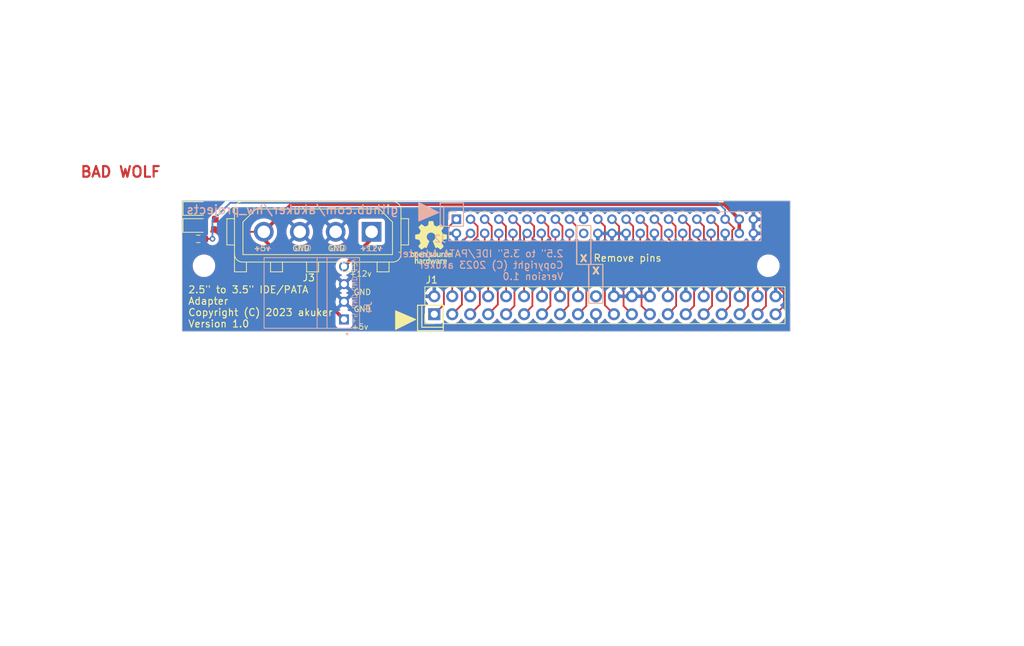
<source format=kicad_pcb>
(kicad_pcb (version 20221018) (generator pcbnew)
  (layers (0 "F.Cu" signal) (31 "B.Cu" signal) (34 "B.Paste" user) (35 "F.Paste" user) (36 "B.SilkS" user "B.Silkscreen") (37 "F.SilkS" user "F.Silkscreen") (38 "B.Mask" user) (39 "F.Mask" user) (44 "Edge.Cuts" user))
  (net 0 "")
  (net 1 "RESET")
  (net 2 "GROUND")
  (net 3 "DATA_07")
  (net 4 "DATA_08")
  (net 5 "DATA_06")
  (net 6 "DATA_09")
  (net 7 "DATA_05")
  (net 8 "DATA_10")
  (net 9 "DATA_04")
  (net 10 "DATA_11")
  (net 11 "DATA_03")
  (net 12 "DATA_12")
  (net 13 "DATA_02")
  (net 14 "DATA_13")
  (net 15 "DATA_01")
  (net 16 "DATA_14")
  (net 17 "DATA_00")
  (net 18 "DATA_15")
  (net 20 "DMA_REQ")
  (net 21 "WRITE_STROBE")
  (net 22 "READ_STROBE")
  (net 23 "IO_READY")
  (net 24 "DEVICE_CFG")
  (net 25 "DMA_ACK")
  (net 26 "INTERRUPT_REQ")
  (net 27 "IO_CHIPSEL_16")
  (net 28 "ADDRESS_1")
  (net 29 "PASSED_DIAG")
  (net 30 "ADDRESS_0")
  (net 31 "ADDRESS_2")
  (net 32 "IDE_CS0")
  (net 33 "IDE_CS1")
  (net 34 "LED_DRIVER")
  (net 36 "+5V")
  (net 37 "+12V")
  (net 38 "Net-(D1-A)")
  (net 39 "Net-(D2-A)")
  (footprint "Resistor_SMD:R_0603_1608Metric_Pad0.98x0.95mm_HandSolder" (layer "F.Cu") (at 76.3 71.9 180)
    (fp_text reference "R2")
    (fp_text value "R_Small")
    (pad "1" smd roundrect (at -0.9125 0 180) (size 0.975 0.95) (layers "F.Cu" "F.Paste" "F.Mask") (net 34 "LED_DRIVER"))
    (pad "2" smd roundrect (at 0.9125 0 180) (size 0.975 0.95) (layers "F.Cu" "F.Paste" "F.Mask") (net 39 "Net-(D2-A)"))
  )
  (footprint "MountingHole:MountingHole_2.7mm_M2.5" (layer "F.Cu") (at 156.9 75.7025)
    (fp_text reference "H1")
    (fp_text value "MountingHole")
    (pad "" np_thru_hole circle (at 0 0) (size 2.7 2.7) (drill 2.7) (layers "*.Cu" "*.Mask"))
  )
  (footprint "LED_SMD:LED_0805_2012Metric_Pad1.15x1.40mm_HandSolder" (layer "F.Cu") (at 76 70)
    (fp_text reference "D2")
    (fp_text value "LED_Small_Filled")
    (pad "1" smd roundrect (at -1.025 0) (size 1.15 1.4) (layers "F.Cu" "F.Paste" "F.Mask") (roundrect_rratio 0.2173913043) (net 2 "GROUND"))
    (pad "2" smd roundrect (at 1.025 0) (size 1.15 1.4) (layers "F.Cu" "F.Paste" "F.Mask") (roundrect_rratio 0.2173913043) (net 39 "Net-(D2-A)"))
  )
  (footprint "Resistor_SMD:R_0603_1608Metric_Pad0.98x0.95mm_HandSolder" (layer "F.Cu") (at 78.7 68.2 90)
    (fp_text reference "R1")
    (fp_text value "R_Small")
    (pad "1" smd roundrect (at -0.9125 0 90) (size 0.975 0.95) (layers "F.Cu" "F.Paste" "F.Mask") (net 36 "+5V"))
    (pad "2" smd roundrect (at 0.9125 0 90) (size 0.975 0.95) (layers "F.Cu" "F.Paste" "F.Mask") (net 38 "Net-(D1-A)"))
  )
  (footprint "Symbol:OSHW-Logo_5.7x6mm_SilkScreen" (layer "F.Cu") (at 109.2 72.4)
    (fp_text reference "REF**" hide)
    (fp_text value "OSHW-Logo_5.7x6mm_SilkScreen" hide)
  )
  (footprint "Connector_PinHeader_2.54mm:PinHeader_2x20_P2.54mm_Vertical" (layer "F.Cu") (at 109.66 82.56 90)
    (fp_text reference "J1" (at 4.86 -0.36 180) (layer "F.SilkS"))
    (fp_text value "Conn_02x20_Odd_Even")
    (pad "1" thru_hole rect (at 0 0 90) (size 1.7 1.7) (drill 1) (layers "*.Cu" "*.Mask") (net 1 "RESET"))
    (pad "2" thru_hole oval (at 2.54 0 90) (size 1.7 1.7) (drill 1) (layers "*.Cu" "*.Mask") (net 2 "GROUND"))
    (pad "3" thru_hole oval (at 0 2.54 90) (size 1.7 1.7) (drill 1) (layers "*.Cu" "*.Mask") (net 3 "DATA_07"))
    (pad "4" thru_hole oval (at 2.54 2.54 90) (size 1.7 1.7) (drill 1) (layers "*.Cu" "*.Mask") (net 4 "DATA_08"))
    (pad "5" thru_hole oval (at 0 5.08 90) (size 1.7 1.7) (drill 1) (layers "*.Cu" "*.Mask") (net 5 "DATA_06"))
    (pad "6" thru_hole oval (at 2.54 5.08 90) (size 1.7 1.7) (drill 1) (layers "*.Cu" "*.Mask") (net 6 "DATA_09"))
    (pad "7" thru_hole oval (at 0 7.62 90) (size 1.7 1.7) (drill 1) (layers "*.Cu" "*.Mask") (net 7 "DATA_05"))
    (pad "8" thru_hole oval (at 2.54 7.62 90) (size 1.7 1.7) (drill 1) (layers "*.Cu" "*.Mask") (net 8 "DATA_10"))
    (pad "9" thru_hole oval (at 0 10.16 90) (size 1.7 1.7) (drill 1) (layers "*.Cu" "*.Mask") (net 9 "DATA_04"))
    (pad "10" thru_hole oval (at 2.54 10.16 90) (size 1.7 1.7) (drill 1) (layers "*.Cu" "*.Mask") (net 10 "DATA_11"))
    (pad "11" thru_hole oval (at 0 12.7 90) (size 1.7 1.7) (drill 1) (layers "*.Cu" "*.Mask") (net 11 "DATA_03"))
    (pad "12" thru_hole oval (at 2.54 12.7 90) (size 1.7 1.7) (drill 1) (layers "*.Cu" "*.Mask") (net 12 "DATA_12"))
    (pad "13" thru_hole oval (at 0 15.24 90) (size 1.7 1.7) (drill 1) (layers "*.Cu" "*.Mask") (net 13 "DATA_02"))
    (pad "14" thru_hole oval (at 2.54 15.24 90) (size 1.7 1.7) (drill 1) (layers "*.Cu" "*.Mask") (net 14 "DATA_13"))
    (pad "15" thru_hole oval (at 0 17.78 90) (size 1.7 1.7) (drill 1) (layers "*.Cu" "*.Mask") (net 15 "DATA_01"))
    (pad "16" thru_hole oval (at 2.54 17.78 90) (size 1.7 1.7) (drill 1) (layers "*.Cu" "*.Mask") (net 16 "DATA_14"))
    (pad "17" thru_hole oval (at 0 20.32 90) (size 1.7 1.7) (drill 1) (layers "*.Cu" "*.Mask") (net 17 "DATA_00"))
    (pad "18" thru_hole oval (at 2.54 20.32 90) (size 1.7 1.7) (drill 1) (layers "*.Cu" "*.Mask") (net 18 "DATA_15"))
    (pad "19" thru_hole oval (at 0 22.86 90) (size 1.7 1.7) (drill 1) (layers "*.Cu" "*.Mask") (net 2 "GROUND"))
    (pad "20" thru_hole oval (at 2.54 22.86 90) (size 1.7 1.7) (drill 1) (layers "*.Cu" "*.Mask"))
    (pad "21" thru_hole oval (at 0 25.4 90) (size 1.7 1.7) (drill 1) (layers "*.Cu" "*.Mask") (net 20 "DMA_REQ"))
    (pad "22" thru_hole oval (at 2.54 25.4 90) (size 1.7 1.7) (drill 1) (layers "*.Cu" "*.Mask") (net 2 "GROUND"))
    (pad "23" thru_hole oval (at 0 27.94 90) (size 1.7 1.7) (drill 1) (layers "*.Cu" "*.Mask") (net 21 "WRITE_STROBE"))
    (pad "24" thru_hole oval (at 2.54 27.94 90) (size 1.7 1.7) (drill 1) (layers "*.Cu" "*.Mask") (net 2 "GROUND"))
    (pad "25" thru_hole oval (at 0 30.48 90) (size 1.7 1.7) (drill 1) (layers "*.Cu" "*.Mask") (net 22 "READ_STROBE"))
    (pad "26" thru_hole oval (at 2.54 30.48 90) (size 1.7 1.7) (drill 1) (layers "*.Cu" "*.Mask") (net 2 "GROUND"))
    (pad "27" thru_hole oval (at 0 33.02 90) (size 1.7 1.7) (drill 1) (layers "*.Cu" "*.Mask") (net 23 "IO_READY"))
    (pad "28" thru_hole oval (at 2.54 33.02 90) (size 1.7 1.7) (drill 1) (layers "*.Cu" "*.Mask") (net 24 "DEVICE_CFG"))
    (pad "29" thru_hole oval (at 0 35.56 90) (size 1.7 1.7) (drill 1) (layers "*.Cu" "*.Mask") (net 25 "DMA_ACK"))
    (pad "30" thru_hole oval (at 2.54 35.56 90) (size 1.7 1.7) (drill 1) (layers "*.Cu" "*.Mask") (net 2 "GROUND"))
    (pad "31" thru_hole oval (at 0 38.1 90) (size 1.7 1.7) (drill 1) (layers "*.Cu" "*.Mask") (net 26 "INTERRUPT_REQ"))
    (pad "32" thru_hole oval (at 2.54 38.1 90) (size 1.7 1.7) (drill 1) (layers "*.Cu" "*.Mask") (net 27 "IO_CHIPSEL_16"))
    (pad "33" thru_hole oval (at 0 40.64 90) (size 1.7 1.7) (drill 1) (layers "*.Cu" "*.Mask") (net 28 "ADDRESS_1"))
    (pad "34" thru_hole oval (at 2.54 40.64 90) (size 1.7 1.7) (drill 1) (layers "*.Cu" "*.Mask") (net 29 "PASSED_DIAG"))
    (pad "35" thru_hole oval (at 0 43.18 90) (size 1.7 1.7) (drill 1) (layers "*.Cu" "*.Mask") (net 30 "ADDRESS_0"))
    (pad "36" thru_hole oval (at 2.54 43.18 90) (size 1.7 1.7) (drill 1) (layers "*.Cu" "*.Mask") (net 31 "ADDRESS_2"))
    (pad "37" thru_hole oval (at 0 45.72 90) (size 1.7 1.7) (drill 1) (layers "*.Cu" "*.Mask") (net 32 "IDE_CS0"))
    (pad "38" thru_hole oval (at 2.54 45.72 90) (size 1.7 1.7) (drill 1) (layers "*.Cu" "*.Mask") (net 33 "IDE_CS1"))
    (pad "39" thru_hole oval (at 0 48.26 90) (size 1.7 1.7) (drill 1) (layers "*.Cu" "*.Mask") (net 34 "LED_DRIVER"))
    (pad "40" thru_hole oval (at 2.54 48.26 90) (size 1.7 1.7) (drill 1) (layers "*.Cu" "*.Mask") (net 2 "GROUND"))
  )
  (footprint "Connector_TE-Connectivity:TE_MATE-N-LOK_350211-1_1x04_P5.08mm_Vertical" (layer "F.Cu") (at 100.8 70.9 180)
    (fp_text reference "J3" (at 8.89 -6.5) (layer "F.SilkS"))
    (fp_text value "350211-1")
    (pad "1" thru_hole rect (at 0 0 180) (size 2.78 2.78) (drill 1.78) (layers "*.Cu" "*.Mask") (net 37 "+12V"))
    (pad "2" thru_hole circle (at 5.08 0 180) (size 2.78 2.78) (drill 1.78) (layers "*.Cu" "*.Mask") (net 2 "GROUND"))
    (pad "3" thru_hole circle (at 10.16 0 180) (size 2.78 2.78) (drill 1.78) (layers "*.Cu" "*.Mask") (net 2 "GROUND"))
    (pad "4" thru_hole circle (at 15.24 0 180) (size 2.78 2.78) (drill 1.78) (layers "*.Cu" "*.Mask") (net 36 "+5V"))
  )
  (footprint "MountingHole:MountingHole_2.7mm_M2.5" (layer "F.Cu") (at 77.1 75.7025)
    (fp_text reference "H2")
    (fp_text value "MountingHole")
    (pad "" np_thru_hole circle (at 0 0) (size 2.7 2.7) (drill 2.7) (layers "*.Cu" "*.Mask"))
  )
  (footprint "LED_SMD:LED_0805_2012Metric_Pad1.15x1.40mm_HandSolder" (layer "F.Cu") (at 76 67.6)
    (fp_text reference "D1")
    (fp_text value "LED_Small_Filled")
    (pad "1" smd roundrect (at -1.025 0) (size 1.15 1.4) (layers "F.Cu" "F.Paste" "F.Mask") (roundrect_rratio 0.2173913043) (net 2 "GROUND"))
    (pad "2" smd roundrect (at 1.025 0) (size 1.15 1.4) (layers "F.Cu" "F.Paste" "F.Mask") (roundrect_rratio 0.2173913043) (net 38 "Net-(D1-A)"))
  )
  (footprint "footprints_and_models:TE_171826-4" (layer "B.Cu") (at 92.35 79.55 90)
    (fp_text reference "J4" (at -2.03376 7.96935 90) (layer "B.SilkS") (effects (font (size 1.004331 1.004331)) (justify mirror)))
    (fp_text value "171826-4")
    (fp_text user "GND" (at 1.3 6 270 unlocked) (layer "B.SilkS") (effects (font (size 0.7 0.7) (thickness 0.1)) (justify mirror)))
    (fp_text user "+5" (at -3.6 6 270 unlocked) (layer "B.SilkS") (effects (font (size 0.7 0.7) (thickness 0.1)) (justify mirror)))
    (fp_text user "12v" (at 3.9 6 270 unlocked) (layer "B.SilkS") (effects (font (size 0.7 0.7) (thickness 0.1)) (justify mirror)))
    (fp_text user "GND" (at -1.2 6 270 unlocked) (layer "B.SilkS") (effects (font (size 0.7 0.7) (thickness 0.1)) (justify mirror)))
    (pad "1" thru_hole rect (at -3.75 4.55 90) (size 1.408 1.408) (drill 0.9) (layers "*.Cu" "*.Mask") (net 36 "+5V"))
    (pad "2" thru_hole circle (at -1.25 4.55 90) (size 1.408 1.408) (drill 0.9) (layers "*.Cu" "*.Mask") (net 2 "GROUND"))
    (pad "3" thru_hole circle (at 1.25 4.55 90) (size 1.408 1.408) (drill 0.9) (layers "*.Cu" "*.Mask") (net 2 "GROUND"))
    (pad "4" thru_hole circle (at 3.75 4.55 90) (size 1.408 1.408) (drill 0.9) (layers "*.Cu" "*.Mask") (net 37 "+12V"))
  )
  (footprint "Connector_PinHeader_2.00mm:PinHeader_2x22_P2.00mm_Vertical" (layer "B.Cu") (at 112.785 69.12 -90)
    (fp_text reference "J2" (at 2.78 2.285 -180) (layer "B.SilkS") (effects (justify mirror)))
    (fp_text value "Conn_02x22_Odd_Even")
    (pad "1" thru_hole rect (at 0 0 270) (size 1.35 1.35) (drill 0.8) (layers "*.Cu" "*.Mask") (net 1 "RESET"))
    (pad "2" thru_hole oval (at 2 0 270) (size 1.35 1.35) (drill 0.8) (layers "*.Cu" "*.Mask") (net 2 "GROUND"))
    (pad "3" thru_hole oval (at 0 -2 270) (size 1.35 1.35) (drill 0.8) (layers "*.Cu" "*.Mask") (net 3 "DATA_07"))
    (pad "4" thru_hole oval (at 2 -2 270) (size 1.35 1.35) (drill 0.8) (layers "*.Cu" "*.Mask") (net 4 "DATA_08"))
    (pad "5" thru_hole oval (at 0 -4 270) (size 1.35 1.35) (drill 0.8) (layers "*.Cu" "*.Mask") (net 5 "DATA_06"))
    (pad "6" thru_hole oval (at 2 -4 270) (size 1.35 1.35) (drill 0.8) (layers "*.Cu" "*.Mask") (net 6 "DATA_09"))
    (pad "7" thru_hole oval (at 0 -6 270) (size 1.35 1.35) (drill 0.8) (layers "*.Cu" "*.Mask") (net 7 "DATA_05"))
    (pad "8" thru_hole oval (at 2 -6 270) (size 1.35 1.35) (drill 0.8) (layers "*.Cu" "*.Mask") (net 8 "DATA_10"))
    (pad "9" thru_hole oval (at 0 -8 270) (size 1.35 1.35) (drill 0.8) (layers "*.Cu" "*.Mask") (net 9 "DATA_04"))
    (pad "10" thru_hole oval (at 2 -8 270) (size 1.35 1.35) (drill 0.8) (layers "*.Cu" "*.Mask") (net 10 "DATA_11"))
    (pad "11" thru_hole oval (at 0 -10 270) (size 1.35 1.35) (drill 0.8) (layers "*.Cu" "*.Mask") (net 11 "DATA_03"))
    (pad "12" thru_hole oval (at 2 -10 270) (size 1.35 1.35) (drill 0.8) (layers "*.Cu" "*.Mask") (net 12 "DATA_12"))
    (pad "13" thru_hole oval (at 0 -12 270) (size 1.35 1.35) (drill 0.8) (layers "*.Cu" "*.Mask") (net 13 "DATA_02"))
    (pad "14" thru_hole oval (at 2 -12 270) (size 1.35 1.35) (drill 0.8) (layers "*.Cu" "*.Mask") (net 14 "DATA_13"))
    (pad "15" thru_hole oval (at 0 -14 270) (size 1.35 1.35) (drill 0.8) (layers "*.Cu" "*.Mask") (net 15 "DATA_01"))
    (pad "16" thru_hole oval (at 2 -14 270) (size 1.35 1.35) (drill 0.8) (layers "*.Cu" "*.Mask") (net 16 "DATA_14"))
    (pad "17" thru_hole oval (at 0 -16 270) (size 1.35 1.35) (drill 0.8) (layers "*.Cu" "*.Mask") (net 17 "DATA_00"))
    (pad "18" thru_hole oval (at 2 -16 270) (size 1.35 1.35) (drill 0.8) (layers "*.Cu" "*.Mask") (net 18 "DATA_15"))
    (pad "19" thru_hole oval (at 0 -18 270) (size 1.35 1.35) (drill 0.8) (layers "*.Cu" "*.Mask") (net 2 "GROUND"))
    (pad "20" thru_hole oval (at 2 -18 270) (size 1.35 1.35) (drill 0.8) (layers "*.Cu" "*.Mask"))
    (pad "21" thru_hole oval (at 0 -20 270) (size 1.35 1.35) (drill 0.8) (layers "*.Cu" "*.Mask") (net 20 "DMA_REQ"))
    (pad "22" thru_hole oval (at 2 -20 270) (size 1.35 1.35) (drill 0.8) (layers "*.Cu" "*.Mask") (net 2 "GROUND"))
    (pad "23" thru_hole oval (at 0 -22 270) (size 1.35 1.35) (drill 0.8) (layers "*.Cu" "*.Mask") (net 21 "WRITE_STROBE"))
    (pad "24" thru_hole oval (at 2 -22 270) (size 1.35 1.35) (drill 0.8) (layers "*.Cu" "*.Mask") (net 2 "GROUND"))
    (pad "25" thru_hole oval (at 0 -24 270) (size 1.35 1.35) (drill 0.8) (layers "*.Cu" "*.Mask") (net 22 "READ_STROBE"))
    (pad "26" thru_hole oval (at 2 -24 270) (size 1.35 1.35) (drill 0.8) (layers "*.Cu" "*.Mask") (net 2 "GROUND"))
    (pad "27" thru_hole oval (at 0 -26 270) (size 1.35 1.35) (drill 0.8) (layers "*.Cu" "*.Mask") (net 23 "IO_READY"))
    (pad "28" thru_hole oval (at 2 -26 270) (size 1.35 1.35) (drill 0.8) (layers "*.Cu" "*.Mask") (net 24 "DEVICE_CFG"))
    (pad "29" thru_hole oval (at 0 -28 270) (size 1.35 1.35) (drill 0.8) (layers "*.Cu" "*.Mask") (net 25 "DMA_ACK"))
    (pad "30" thru_hole oval (at 2 -28 270) (size 1.35 1.35) (drill 0.8) (layers "*.Cu" "*.Mask") (net 2 "GROUND"))
    (pad "31" thru_hole oval (at 0 -30 270) (size 1.35 1.35) (drill 0.8) (layers "*.Cu" "*.Mask") (net 26 "INTERRUPT_REQ"))
    (pad "32" thru_hole oval (at 2 -30 270) (size 1.35 1.35) (drill 0.8) (layers "*.Cu" "*.Mask") (net 27 "IO_CHIPSEL_16"))
    (pad "33" thru_hole oval (at 0 -32 270) (size 1.35 1.35) (drill 0.8) (layers "*.Cu" "*.Mask") (net 28 "ADDRESS_1"))
    (pad "34" thru_hole oval (at 2 -32 270) (size 1.35 1.35) (drill 0.8) (layers "*.Cu" "*.Mask") (net 29 "PASSED_DIAG"))
    (pad "35" thru_hole oval (at 0 -34 270) (size 1.35 1.35) (drill 0.8) (layers "*.Cu" "*.Mask") (net 30 "ADDRESS_0"))
    (pad "36" thru_hole oval (at 2 -34 270) (size 1.35 1.35) (drill 0.8) (layers "*.Cu" "*.Mask") (net 31 "ADDRESS_2"))
    (pad "37" thru_hole oval (at 0 -36 270) (size 1.35 1.35) (drill 0.8) (layers "*.Cu" "*.Mask") (net 32 "IDE_CS0"))
    (pad "38" thru_hole oval (at 2 -36 270) (size 1.35 1.35) (drill 0.8) (layers "*.Cu" "*.Mask") (net 33 "IDE_CS1"))
    (pad "39" thru_hole oval (at 0 -38 270) (size 1.35 1.35) (drill 0.8) (layers "*.Cu" "*.Mask") (net 34 "LED_DRIVER"))
    (pad "40" thru_hole oval (at 2 -38 270) (size 1.35 1.35) (drill 0.8) (layers "*.Cu" "*.Mask") (net 2 "GROUND"))
    (pad "41" thru_hole oval (at 0 -40 270) (size 1.35 1.35) (drill 0.8) (layers "*.Cu" "*.Mask") (net 36 "+5V"))
    (pad "42" thru_hole oval (at 2 -40 270) (size 1.35 1.35) (drill 0.8) (layers "*.Cu" "*.Mask") (net 36 "+5V"))
    (pad "43" thru_hole oval (at 0 -42 270) (size 1.35 1.35) (drill 0.8) (layers "*.Cu" "*.Mask") (net 2 "GROUND"))
    (pad "44" thru_hole oval (at 2 -42 270) (size 1.35 1.35) (drill 0.8) (layers "*.Cu" "*.Mask") (net 2 "GROUND"))
  )
  (gr_rect (start 110.5 66.8) (end 113.785 70.12) (stroke (width 0.15)) (fill none) (layer "B.SilkS"))
  (gr_poly (pts (xy 110.272414 68.168966) (xy 107.472414 69.368966) (xy 107.472414 66.768966)) (stroke (width 0.15)) (fill solid) (layer "B.SilkS"))
  (gr_rect (start 131.5 81) (end 133.5 75.5) (stroke (width 0.15)) (fill none) (layer "B.SilkS"))
  (gr_rect (start 111 67.3) (end 113.785 70.12) (stroke (width 0.15)) (fill none) (layer "B.SilkS"))
  (gr_rect (start 131.8 70) (end 129.8 75.5) (stroke (width 0.15)) (fill none) (layer "B.SilkS"))
  (gr_rect (start 107.3 81.29) (end 110.93 84.9) (stroke (width 0.15)) (fill none) (layer "F.SilkS"))
  (gr_poly (pts (xy 107 83.3) (xy 104.2 82.1) (xy 104.2 84.7)) (stroke (width 0.15)) (fill solid) (layer "F.SilkS"))
  (gr_rect (start 129.8 75.5) (end 131.8 70) (stroke (width 0.15)) (fill none) (layer "F.SilkS"))
  (gr_rect (start 131.5 75.5) (end 133.5 81) (stroke (width 0.15)) (fill none) (layer "F.SilkS"))
  (gr_rect (start 107.9 81.29) (end 110.93 84.4) (stroke (width 0.15)) (fill none) (layer "F.SilkS"))
  (gr_rect (start 74 66.5) (end 160 85) (stroke (width 0.1)) (fill none) (layer "Edge.Cuts"))
  (gr_text "BAD WOLF" (at 59.5 63.3) (layer "F.Cu") (effects (font (size 1.5 1.5) (thickness 0.3) bold) (justify left bottom)))
  (gr_text "GND" (at 94.8 73.7) (layer "B.SilkS") (effects (font (size 0.8 0.8) (thickness 0.11)) (justify right bottom mirror)))
  (gr_text "2.5{dblquote} to 3.5{dblquote} IDE/PATA Adapter\nCopyright (C) 2023 akuker\nVersion 1.0" (at 128 77.8) (layer "B.SilkS") (effects (font (size 1 1)) (justify left bottom mirror)))
  (gr_text "github.com/akuker/hw_projects" (at 104.7 68.5) (layer "B.SilkS") (effects (font (size 1.25 1.25) (thickness 0.2)) (justify left bottom mirror)))
  (gr_text "+5v" (at 84.3 73.7) (layer "B.SilkS") (effects (font (size 0.8 0.8) (thickness 0.11)) (justify right bottom mirror)))
  (gr_text "+12v" (at 99.3 73.7) (layer "B.SilkS") (effects (font (size 0.8 0.8) (thickness 0.11)) (justify right bottom mirror)))
  (gr_text "X" (at 133 77) (layer "B.SilkS") (effects (font (size 1 1)) (justify left bottom mirror)))
  (gr_text "X" (at 130.3 74 180) (layer "B.SilkS") (effects (font (size 1 1)) (justify left bottom mirror)))
  (gr_text "GND" (at 89.8 73.7) (layer "B.SilkS") (effects (font (size 0.8 0.8) (thickness 0.11)) (justify right bottom mirror)))
  (gr_text "+12v" (at 99.03881 73.7) (layer "F.SilkS") (effects (font (size 0.8 0.8) (thickness 0.11)) (justify left bottom)))
  (gr_text "+5v" (at 97.9 84.8) (layer "F.SilkS") (effects (font (size 0.8 0.8) (thickness 0.11)) (justify left bottom)))
  (gr_text "GND" (at 98.2 82.3) (layer "F.SilkS") (effects (font (size 0.8 0.8) (thickness 0.11)) (justify left bottom)))
  (gr_text "2.5{dblquote} to 3.5{dblquote} IDE/PATA \nAdapter\nCopyright (C) 2023 akuker \nVersion 1.0" (at 74.8 84.5) (layer "F.SilkS") (effects (font (size 1 1)) (justify left bottom)))
  (gr_text "+12v" (at 97.6 77.3) (layer "F.SilkS") (effects (font (size 0.8 0.8) (thickness 0.11)) (justify left bottom)))
  (gr_text "+5v" (at 84.03881 73.7) (layer "F.SilkS") (effects (font (size 0.8 0.8) (thickness 0.11)) (justify left bottom)))
  (gr_text "GND" (at 89.53881 73.7) (layer "F.SilkS") (effects (font (size 0.8 0.8) (thickness 0.11)) (justify left bottom)))
  (gr_text "GND" (at 94.53881 73.7) (layer "F.SilkS") (effects (font (size 0.8 0.8) (thickness 0.11)) (justify left bottom)))
  (gr_text "Remove pins" (at 132.1 75.2) (layer "F.SilkS") (effects (font (size 1 1)) (justify left bottom)))
  (gr_text "GND" (at 98.2 79.9) (layer "F.SilkS") (effects (font (size 0.8 0.8) (thickness 0.11)) (justify left bottom)))
  (gr_text "X" (at 132 77) (layer "F.SilkS") (effects (font (size 1 1)) (justify left bottom)))
  (gr_text "X" (at 131.3 74 -180) (layer "F.SilkS") (effects (font (size 1 1)) (justify left bottom)))
  (segment (start 111.025 70.88) (end 112.785 69.12) (width 0.25) (layer "F.Cu") (net 1))
  (segment (start 109.66 82.56) (end 111.025 81.195) (width 0.25) (layer "F.Cu") (net 1))
  (segment (start 111.025 81.195) (end 111.025 70.88) (width 0.25) (layer "F.Cu") (net 1))
  (segment (start 74.975 67.6) (end 74.975 70) (width 0.25) (layer "F.Cu") (net 2))
  (segment (start 74.575 79.775) (end 76.9 82.1) (width 0.25) (layer "F.Cu") (net 2))
  (segment (start 74.575 70.4) (end 74.575 79.775) (width 0.25) (layer "F.Cu") (net 2))
  (segment (start 74.975 70) (end 74.575 70.4) (width 0.25) (layer "F.Cu") (net 2))
  (segment (start 113.565 81.195) (end 113.565 73.754214) (width 0.25) (layer "F.Cu") (net 3))
  (segment (start 113.565 73.754214) (end 115.785 71.534214) (width 0.25) (layer "F.Cu") (net 3))
  (segment (start 115.785 70.12) (end 114.785 69.12) (width 0.25) (layer "F.Cu") (net 3))
  (segment (start 115.785 71.534214) (end 115.785 70.12) (width 0.25) (layer "F.Cu") (net 3))
  (segment (start 112.2 82.56) (end 113.565 81.195) (width 0.25) (layer "F.Cu") (net 3))
  (segment (start 112.2 73.705) (end 114.785 71.12) (width 0.25) (layer "F.Cu") (net 4))
  (segment (start 112.2 80.02) (end 112.2 73.705) (width 0.25) (layer "F.Cu") (net 4))
  (segment (start 117.785 70.12) (end 116.785 69.12) (width 0.25) (layer "F.Cu") (net 5))
  (segment (start 116.105 81.195) (end 116.105 74.031396) (width 0.25) (layer "F.Cu") (net 5))
  (segment (start 114.74 82.56) (end 116.105 81.195) (width 0.25) (layer "F.Cu") (net 5))
  (segment (start 117.785 72.351396) (end 117.785 70.12) (width 0.25) (layer "F.Cu") (net 5))
  (segment (start 116.105 74.031396) (end 117.785 72.351396) (width 0.25) (layer "F.Cu") (net 5))
  (segment (start 116.785 72.715) (end 116.785 71.12) (width 0.25) (layer "F.Cu") (net 6))
  (segment (start 114.74 80.02) (end 114.74 74.76) (width 0.25) (layer "F.Cu") (net 6))
  (segment (start 114.74 74.76) (end 116.785 72.715) (width 0.25) (layer "F.Cu") (net 6))
  (segment (start 119.785 70.12) (end 118.785 69.12) (width 0.25) (layer "F.Cu") (net 7))
  (segment (start 117.28 82.56) (end 118.645 81.195) (width 0.25) (layer "F.Cu") (net 7))
  (segment (start 119.785 72.715) (end 119.785 70.12) (width 0.25) (layer "F.Cu") (net 7))
  (segment (start 118.645 81.195) (end 118.645 73.855) (width 0.25) (layer "F.Cu") (net 7))
  (segment (start 118.645 73.855) (end 119.785 72.715) (width 0.25) (layer "F.Cu") (net 7))
  (segment (start 118.785 72.715) (end 118.785 71.12) (width 0.25) (layer "F.Cu") (net 8))
  (segment (start 117.28 80.02) (end 117.28 74.22) (width 0.25) (layer "F.Cu") (net 8))
  (segment (start 117.28 74.22) (end 118.785 72.715) (width 0.25) (layer "F.Cu") (net 8))
  (segment (start 121.785 70.12) (end 120.785 69.12) (width 0.25) (layer "F.Cu") (net 9))
  (segment (start 119.82 82.56) (end 120.995 81.385) (width 0.25) (layer "F.Cu") (net 9))
  (segment (start 121.785 72.351396) (end 121.785 70.12) (width 0.25) (layer "F.Cu") (net 9))
  (segment (start 120.995 81.385) (end 120.995 73.141396) (width 0.25) (layer "F.Cu") (net 9))
  (segment (start 120.995 73.141396) (end 121.785 72.351396) (width 0.25) (layer "F.Cu") (net 9))
  (segment (start 120.785 72.715) (end 120.785 71.12) (width 0.25) (layer "F.Cu") (net 10))
  (segment (start 119.82 73.68) (end 120.785 72.715) (width 0.25) (layer "F.Cu") (net 10))
  (segment (start 119.82 80.02) (end 119.82 73.68) (width 0.25) (layer "F.Cu") (net 10))
  (segment (start 123.785 70.12) (end 122.785 69.12) (width 0.25) (layer "F.Cu") (net 11))
  (segment (start 123.535 71.784214) (end 123.785 71.534214) (width 0.25) (layer "F.Cu") (net 11))
  (segment (start 123.535 81.385) (end 123.535 71.784214) (width 0.25) (layer "F.Cu") (net 11))
  (segment (start 123.785 71.534214) (end 123.785 70.12) (width 0.25) (layer "F.Cu") (net 11))
  (segment (start 122.36 82.56) (end 123.535 81.385) (width 0.25) (layer "F.Cu") (net 11))
  (segment (start 122.36 71.545) (end 122.785 71.12) (width 0.25) (layer "F.Cu") (net 12))
  (segment (start 122.36 80.02) (end 122.36 71.545) (width 0.25) (layer "F.Cu") (net 12))
  (segment (start 126.075 81.385) (end 126.075 71.824214) (width 0.25) (layer "F.Cu") (net 13))
  (segment (start 126.075 71.824214) (end 125.785 71.534214) (width 0.25) (layer "F.Cu") (net 13))
  (segment (start 124.9 82.56) (end 126.075 81.385) (width 0.25) (layer "F.Cu") (net 13))
  (segment (start 125.785 71.534214) (end 125.785 70.12) (width 0.25) (layer "F.Cu") (net 13))
  (segment (start 125.785 70.12) (end 124.785 69.12) (width 0.25) (layer "F.Cu") (net 13))
  (segment (start 124.9 71.235) (end 124.785 71.12) (width 0.25) (layer "F.Cu") (net 14))
  (segment (start 124.9 80.02) (end 124.9 71.235) (width 0.25) (layer "F.Cu") (net 14))
  (segment (start 127.44 82.56) (end 128.615 81.385) (width 0.25) (layer "F.Cu") (net 15))
  (segment (start 127.785 73.05) (end 127.785 70.12) (width 0.25) (layer "F.Cu") (net 15))
  (segment (start 128.615 73.88) (end 127.785 73.05) (width 0.25) (layer "F.Cu") (net 15))
  (segment (start 127.785 70.12) (end 126.785 69.12) (width 0.25) (layer "F.Cu") (net 15))
  (segment (start 128.615 81.385) (end 128.615 73.88) (width 0.25) (layer "F.Cu") (net 15))
  (segment (start 127.44 73.94) (end 126.785 73.285) (width 0.25) (layer "F.Cu") (net 16))
  (segment (start 126.785 73.285) (end 126.785 71.12) (width 0.25) (layer "F.Cu") (net 16))
  (segment (start 127.44 80.02) (end 127.44 73.94) (width 0.25) (layer "F.Cu") (net 16))
  (segment (start 131.155 74.518604) (end 129.785 73.148604) (width 0.25) (layer "F.Cu") (net 17))
  (segment (start 129.98 82.56) (end 131.155 81.385) (width 0.25) (layer "F.Cu") (net 17))
  (segment (start 129.785 73.148604) (end 129.785 70.12) (width 0.25) (layer "F.Cu") (net 17))
  (segment (start 131.155 81.385) (end 131.155 74.518604) (width 0.25) (layer "F.Cu") (net 17))
  (segment (start 129.785 70.12) (end 128.785 69.12) (width 0.25) (layer "F.Cu") (net 17))
  (segment (start 128.785 72.785) (end 128.785 71.12) (width 0.25) (layer "F.Cu") (net 18))
  (segment (start 129.98 73.98) (end 128.785 72.785) (width 0.25) (layer "F.Cu") (net 18))
  (segment (start 129.98 80.02) (end 129.98 73.98) (width 0.25) (layer "F.Cu") (net 18))
  (segment (start 133.785 81.285) (end 133.785 70.12) (width 0.25) (layer "F.Cu") (net 20))
  (segment (start 135.06 82.56) (end 133.785 81.285) (width 0.25) (layer "F.Cu") (net 20))
  (segment (start 133.785 70.12) (end 132.785 69.12) (width 0.25) (layer "F.Cu") (net 20))
  (segment (start 135.785 72.285) (end 135.785 70.12) (width 0.25) (layer "F.Cu") (net 21))
  (segment (start 135.785 70.12) (end 134.785 69.12) (width 0.25) (layer "F.Cu") (net 21))
  (segment (start 136.425 81.385) (end 136.425 72.925) (width 0.25) (layer "F.Cu") (net 21))
  (segment (start 137.6 82.56) (end 136.425 81.385) (width 0.25) (layer "F.Cu") (net 21))
  (segment (start 136.425 72.925) (end 135.785 72.285) (width 0.25) (layer "F.Cu") (net 21))
  (segment (start 138.965 81.385) (end 138.965 74.965) (width 0.25) (layer "F.Cu") (net 22))
  (segment (start 140.14 82.56) (end 138.965 81.385) (width 0.25) (layer "F.Cu") (net 22))
  (segment (start 137.785 73.785) (end 137.785 70.12) (width 0.25) (layer "F.Cu") (net 22))
  (segment (start 137.785 70.12) (end 136.785 69.12) (width 0.25) (layer "F.Cu") (net 22))
  (segment (start 138.965 74.965) (end 137.785 73.785) (width 0.25) (layer "F.Cu") (net 22))
  (segment (start 143.855 75.855) (end 139.785 71.785) (width 0.25) (layer "F.Cu") (net 23))
  (segment (start 139.785 70.12) (end 138.785 69.12) (width 0.25) (layer "F.Cu") (net 23))
  (segment (start 139.785 71.785) (end 139.785 70.12) (width 0.25) (layer "F.Cu") (net 23))
  (segment (start 143.855 81.385) (end 143.855 75.855) (width 0.25) (layer "F.Cu") (net 23))
  (segment (start 142.68 82.56) (end 143.855 81.385) (width 0.25) (layer "F.Cu") (net 23))
  (segment (start 142.68 80.02) (end 142.68 77.18) (width 0.25) (layer "F.Cu") (net 24))
  (segment (start 142.68 77.18) (end 138.785 73.285) (width 0.25) (layer "F.Cu") (net 24))
  (segment (start 138.785 73.285) (end 138.785 71.12) (width 0.25) (layer "F.Cu") (net 24))
  (segment (start 145.22 82.56) (end 146.395 81.385) (width 0.25) (layer "F.Cu") (net 25))
  (segment (start 141.785 70.12) (end 140.785 69.12) (width 0.25) (layer "F.Cu") (net 25))
  (segment (start 141.785 72.785) (end 141.785 70.12) (width 0.25) (layer "F.Cu") (net 25))
  (segment (start 146.395 77.395) (end 141.785 72.785) (width 0.25) (layer "F.Cu") (net 25))
  (segment (start 146.395 81.385) (end 146.395 77.395) (width 0.25) (layer "F.Cu") (net 25))
  (segment (start 147.76 82.56) (end 148.935 81.385) (width 0.25) (layer "F.Cu") (net 26))
  (segment (start 143.785 72.104214) (end 143.785 70.12) (width 0.25) (layer "F.Cu") (net 26))
  (segment (start 148.935 77.254214) (end 143.785 72.104214) (width 0.25) (layer "F.Cu") (net 26))
  (segment (start 143.785 70.12) (end 142.785 69.12) (width 0.25) (layer "F.Cu") (net 26))
  (segment (start 148.935 81.385) (end 148.935 77.254214) (width 0.25) (layer "F.Cu") (net 26))
  (segment (start 147.76 80.02) (end 147.76 76.872818) (width 0.25) (layer "F.Cu") (net 27))
  (segment (start 147.76 76.872818) (end 142.785 71.897818) (width 0.25) (layer "F.Cu") (net 27))
  (segment (start 142.785 71.897818) (end 142.785 71.12) (width 0.25) (layer "F.Cu") (net 27))
  (segment (start 150.3 82.56) (end 151.475 81.385) (width 0.25) (layer "F.Cu") (net 28))
  (segment (start 151.475 77.475) (end 145.785 71.785) (width 0.25) (layer "F.Cu") (net 28))
  (segment (start 145.785 70.12) (end 144.785 69.12) (width 0.25) (layer "F.Cu") (net 28))
  (segment (start 151.475 81.385) (end 151.475 77.475) (width 0.25) (layer "F.Cu") (net 28))
  (segment (start 145.785 71.785) (end 145.785 70.12) (width 0.25) (layer "F.Cu") (net 28))
  (segment (start 150.3 77.8) (end 144.785 72.285) (width 0.25) (layer "F.Cu") (net 29))
  (segment (start 150.3 80.02) (end 150.3 77.8) (width 0.25) (layer "F.Cu") (net 29))
  (segment (start 144.785 72.285) (end 144.785 71.12) (width 0.25) (layer "F.Cu") (net 29))
  (segment (start 147.785 71.785) (end 147.785 70.12) (width 0.25) (layer "F.Cu") (net 30))
  (segment (start 147.785 70.12) (end 146.785 69.12) (width 0.25) (layer "F.Cu") (net 30))
  (segment (start 154.015 78.015) (end 147.785 71.785) (width 0.25) (layer "F.Cu") (net 30))
  (segment (start 152.84 82.56) (end 154.015 81.385) (width 0.25) (layer "F.Cu") (net 30))
  (segment (start 154.015 81.385) (end 154.015 78.015) (width 0.25) (layer "F.Cu") (net 30))
  (segment (start 146.785 71.7025) (end 146.785 71.12) (width 0.25) (layer "F.Cu") (net 31))
  (segment (start 152.84 77.7575) (end 146.785 71.7025) (width 0.25) (layer "F.Cu") (net 31))
  (segment (start 152.84 80.02) (end 152.84 77.7575) (width 0.25) (layer "F.Cu") (net 31))
  (segment (start 156.555 81.385) (end 156.555 79.235786) (width 0.25) (layer "F.Cu") (net 32))
  (segment (start 149.785 72.465786) (end 149.785 70.12) (width 0.25) (layer "F.Cu") (net 32))
  (segment (start 149.785 70.12) (end 148.785 69.12) (width 0.25) (layer "F.Cu") (net 32))
  (segment (start 155.38 82.56) (end 156.555 81.385) (width 0.25) (layer "F.Cu") (net 32))
  (segment (start 156.555 79.235786) (end 149.785 72.465786) (width 0.25) (layer "F.Cu") (net 32))
  (segment (start 155.38 78.743604) (end 148.785 72.148604) (width 0.25) (layer "F.Cu") (net 33))
  (segment (start 155.38 80.02) (end 155.38 78.743604) (width 0.25) (layer "F.Cu") (net 33))
  (segment (start 148.785 72.148604) (end 148.785 71.12) (width 0.25) (layer "F.Cu") (net 33))
  (segment (start 159.095 79.533299) (end 157.861701 78.3) (width 0.25) (layer "F.Cu") (net 34))
  (segment (start 151.785 73.385) (end 151.785 70.705786) (width 0.25) (layer "F.Cu") (net 34))
  (segment (start 156.7 78.3) (end 151.785 73.385) (width 0.25) (layer "F.Cu") (net 34))
  (segment (start 78.3 71.9) (end 77.2125 71.9) (width 0.25) (layer "F.Cu") (net 34))
  (segment (start 151.785 70.705786) (end 152.077893 70.412893) (width 0.25) (layer "F.Cu") (net 34))
  (segment (start 157.92 82.56) (end 159.095 81.385) (width 0.25) (layer "F.Cu") (net 34))
  (segment (start 159.095 81.385) (end 159.095 79.533299) (width 0.25) (layer "F.Cu") (net 34))
  (segment (start 152.077893 70.412893) (end 150.785 69.12) (width 0.25) (layer "F.Cu") (net 34))
  (segment (start 157.861701 78.3) (end 156.7 78.3) (width 0.25) (layer "F.Cu") (net 34))
  (via (at 78.3 71.9) (size 0.8) (drill 0.4) (layers "F.Cu" "B.Cu") (net 34))
  (segment (start 150.785 69.12) (end 150.785 67.785) (width 0.25) (layer "B.Cu") (net 34))
  (segment (start 80.8 66.8) (end 78.3 69.3) (width 0.25) (layer "B.Cu") (net 34))
  (segment (start 150.785 67.785) (end 149.8 66.8) (width 0.25) (layer "B.Cu") (net 34))
  (segment (start 78.3 69.3) (end 78.3 71.9) (width 0.25) (layer "B.Cu") (net 34))
  (segment (start 149.8 66.8) (end 80.8 66.8) (width 0.25) (layer "B.Cu") (net 34))
  (segment (start 152.785 69.12) (end 150.665 67) (width 0.5) (layer "F.Cu") (net 36))
  (segment (start 78.7 69.1125) (end 80.4875 70.9) (width 0.25) (layer "F.Cu") (net 36))
  (segment (start 96.9 83.3) (end 85.56 71.96) (width 0.5) (layer "F.Cu") (net 36))
  (segment (start 80.4875 70.9) (end 85.56 70.9) (width 0.25) (layer "F.Cu") (net 36))
  (segment (start 85.56 71.96) (end 85.56 70.9) (width 0.5) (layer "F.Cu") (net 36))
  (segment (start 150.665 67) (end 89.46 67) (width 0.5) (layer "F.Cu") (net 36))
  (segment (start 152.785 71.12) (end 152.785 69.12) (width 0.5) (layer "F.Cu") (net 36))
  (segment (start 89.46 67) (end 85.56 70.9) (width 0.5) (layer "F.Cu") (net 36))
  (segment (start 96.9 75.8) (end 100.8 71.9) (width 0.5) (layer "F.Cu") (net 37))
  (segment (start 100.8 71.9) (end 100.8 70.9) (width 0.5) (layer "F.Cu") (net 37))
  (segment (start 77.3375 67.2875) (end 77.025 67.6) (width 0.25) (layer "F.Cu") (net 38))
  (segment (start 78.7 67.2875) (end 77.3375 67.2875) (width 0.25) (layer "F.Cu") (net 38))
  (segment (start 75.3875 71.9) (end 75.3875 71.6375) (width 0.25) (layer "F.Cu") (net 39))
  (segment (start 75.3875 71.6375) (end 77.025 70) (width 0.25) (layer "F.Cu") (net 39))
  (zone (net 2) (net_name "GROUND") (layers "F&B.Cu") (connect_pads (clearance 0.5)) (min_thickness 0.25) (fill yes (thermal_gap 0.5) (thermal_bridge_width 0.5))
    (polygon (pts (xy 48.26 38.1) (xy 193.04 38.1) (xy 193.04 129.54) (xy 48.26 129.54)))
  )
)
</source>
